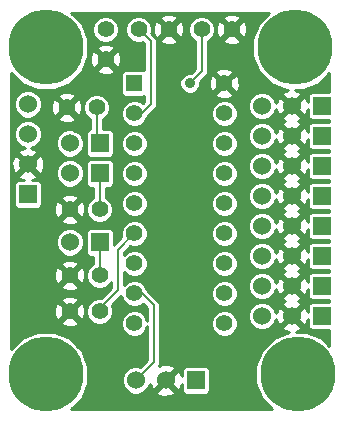
<source format=gtl>
G04 (created by PCBNEW-RS274X (2011-05-25)-stable) date Thu 05 Jul 2012 10:45:02 PM EDT*
G01*
G70*
G90*
%MOIN*%
G04 Gerber Fmt 3.4, Leading zero omitted, Abs format*
%FSLAX34Y34*%
G04 APERTURE LIST*
%ADD10C,0.006000*%
%ADD11C,0.055000*%
%ADD12R,0.055000X0.055000*%
%ADD13C,0.250000*%
%ADD14R,0.060000X0.060000*%
%ADD15C,0.060000*%
%ADD16C,0.035000*%
%ADD17C,0.008000*%
%ADD18C,0.010000*%
G04 APERTURE END LIST*
G54D10*
G54D11*
X52600Y-32900D03*
X53600Y-32900D03*
X52600Y-30700D03*
X53600Y-30700D03*
X52500Y-27300D03*
X53500Y-27300D03*
X52600Y-34100D03*
X53600Y-34100D03*
X58000Y-24700D03*
X57000Y-24700D03*
X55900Y-24700D03*
X54900Y-24700D03*
G54D12*
X54750Y-26500D03*
G54D11*
X54750Y-27500D03*
X54750Y-28500D03*
X54750Y-29500D03*
X54750Y-30500D03*
X54750Y-31500D03*
X54750Y-32500D03*
X54750Y-33500D03*
X54750Y-34500D03*
X57750Y-34500D03*
X57750Y-33500D03*
X57750Y-32500D03*
X57750Y-31500D03*
X57750Y-30500D03*
X57750Y-29500D03*
X57750Y-28500D03*
X57750Y-27500D03*
X57750Y-26500D03*
G54D13*
X51800Y-25300D03*
X60100Y-25300D03*
X60200Y-36200D03*
X51800Y-36200D03*
G54D11*
X53800Y-25700D03*
X53800Y-24700D03*
G54D14*
X53600Y-31800D03*
G54D15*
X52600Y-31800D03*
G54D14*
X53600Y-29500D03*
G54D15*
X52600Y-29500D03*
G54D14*
X53600Y-28500D03*
G54D15*
X52600Y-28500D03*
G54D14*
X51200Y-30200D03*
G54D15*
X51200Y-29200D03*
X51200Y-28200D03*
X51200Y-27200D03*
G54D14*
X61000Y-27250D03*
G54D15*
X60000Y-27250D03*
X59000Y-27250D03*
G54D14*
X61000Y-28250D03*
G54D15*
X60000Y-28250D03*
X59000Y-28250D03*
G54D14*
X61000Y-29250D03*
G54D15*
X60000Y-29250D03*
X59000Y-29250D03*
G54D14*
X61000Y-30250D03*
G54D15*
X60000Y-30250D03*
X59000Y-30250D03*
G54D14*
X61000Y-31250D03*
G54D15*
X60000Y-31250D03*
X59000Y-31250D03*
G54D14*
X61000Y-32250D03*
G54D15*
X60000Y-32250D03*
X59000Y-32250D03*
G54D14*
X61000Y-33250D03*
G54D15*
X60000Y-33250D03*
X59000Y-33250D03*
G54D14*
X61000Y-34250D03*
G54D15*
X60000Y-34250D03*
X59000Y-34250D03*
G54D14*
X56800Y-36400D03*
G54D15*
X55800Y-36400D03*
X54800Y-36400D03*
G54D16*
X56600Y-26500D03*
G54D17*
X53600Y-32900D02*
X53600Y-31800D01*
X53600Y-29500D02*
X53600Y-30700D01*
X53500Y-27300D02*
X53500Y-28400D01*
X53500Y-28400D02*
X53600Y-28500D01*
X54750Y-33500D02*
X55000Y-33500D01*
X55400Y-35800D02*
X54800Y-36400D01*
X55400Y-33900D02*
X55400Y-35800D01*
X55000Y-33500D02*
X55400Y-33900D01*
X53600Y-34100D02*
X53600Y-34000D01*
X54200Y-32050D02*
X54750Y-31500D01*
X54200Y-33400D02*
X54200Y-32050D01*
X53600Y-34000D02*
X54200Y-33400D01*
X57000Y-26100D02*
X57000Y-24700D01*
X56600Y-26500D02*
X57000Y-26100D01*
X54750Y-27500D02*
X55000Y-27500D01*
X55300Y-25100D02*
X54900Y-24700D01*
X55300Y-27200D02*
X55300Y-25100D01*
X55000Y-27500D02*
X55300Y-27200D01*
G54D10*
G36*
X61255Y-35248D02*
X61005Y-34998D01*
X60483Y-34781D01*
X60136Y-34781D01*
X60281Y-34722D01*
X60308Y-34628D01*
X60000Y-34321D01*
X59929Y-34391D01*
X59929Y-34250D01*
X59622Y-33942D01*
X59528Y-33969D01*
X59465Y-34146D01*
X59399Y-33984D01*
X59267Y-33852D01*
X59094Y-33780D01*
X58907Y-33780D01*
X58734Y-33851D01*
X58602Y-33983D01*
X58530Y-34156D01*
X58530Y-34343D01*
X58601Y-34516D01*
X58733Y-34648D01*
X58906Y-34720D01*
X59093Y-34720D01*
X59266Y-34649D01*
X59398Y-34517D01*
X59466Y-34352D01*
X59468Y-34384D01*
X59528Y-34531D01*
X59622Y-34558D01*
X59929Y-34250D01*
X59929Y-34391D01*
X59692Y-34628D01*
X59719Y-34722D01*
X59904Y-34787D01*
X59397Y-34997D01*
X58998Y-35395D01*
X58781Y-35917D01*
X58781Y-36481D01*
X58997Y-37003D01*
X59348Y-37355D01*
X58519Y-37355D01*
X58519Y-24774D01*
X58508Y-24570D01*
X58452Y-24433D01*
X58361Y-24410D01*
X58290Y-24481D01*
X58290Y-24339D01*
X58267Y-24248D01*
X58074Y-24181D01*
X57870Y-24192D01*
X57733Y-24248D01*
X57710Y-24339D01*
X58000Y-24629D01*
X58290Y-24339D01*
X58290Y-24481D01*
X58071Y-24700D01*
X58361Y-24990D01*
X58452Y-24967D01*
X58519Y-24774D01*
X58519Y-37355D01*
X58290Y-37355D01*
X58290Y-25061D01*
X58000Y-24771D01*
X57929Y-24842D01*
X57929Y-24700D01*
X57639Y-24410D01*
X57548Y-24433D01*
X57481Y-24626D01*
X57492Y-24830D01*
X57548Y-24967D01*
X57639Y-24990D01*
X57929Y-24700D01*
X57929Y-24842D01*
X57710Y-25061D01*
X57733Y-25152D01*
X57926Y-25219D01*
X58130Y-25208D01*
X58267Y-25152D01*
X58290Y-25061D01*
X58290Y-37355D01*
X58269Y-37355D01*
X58269Y-26574D01*
X58258Y-26370D01*
X58202Y-26233D01*
X58111Y-26210D01*
X58040Y-26281D01*
X58040Y-26139D01*
X58017Y-26048D01*
X57824Y-25981D01*
X57620Y-25992D01*
X57483Y-26048D01*
X57460Y-26139D01*
X57750Y-26429D01*
X58040Y-26139D01*
X58040Y-26281D01*
X57821Y-26500D01*
X58111Y-26790D01*
X58202Y-26767D01*
X58269Y-26574D01*
X58269Y-37355D01*
X58194Y-37355D01*
X58194Y-34589D01*
X58194Y-34412D01*
X58194Y-33589D01*
X58194Y-33412D01*
X58194Y-32589D01*
X58194Y-32412D01*
X58194Y-31589D01*
X58194Y-31412D01*
X58194Y-30589D01*
X58194Y-30412D01*
X58194Y-29589D01*
X58194Y-29412D01*
X58194Y-28589D01*
X58194Y-28412D01*
X58194Y-27589D01*
X58194Y-27412D01*
X58127Y-27249D01*
X58040Y-27162D01*
X58040Y-26861D01*
X57750Y-26571D01*
X57679Y-26642D01*
X57679Y-26500D01*
X57444Y-26265D01*
X57444Y-24789D01*
X57444Y-24612D01*
X57377Y-24449D01*
X57252Y-24324D01*
X57089Y-24256D01*
X56912Y-24256D01*
X56749Y-24323D01*
X56624Y-24448D01*
X56556Y-24611D01*
X56556Y-24788D01*
X56623Y-24951D01*
X56748Y-25076D01*
X56790Y-25093D01*
X56790Y-26013D01*
X56647Y-26156D01*
X56532Y-26156D01*
X56419Y-26202D01*
X56419Y-24774D01*
X56408Y-24570D01*
X56352Y-24433D01*
X56261Y-24410D01*
X56190Y-24481D01*
X56190Y-24339D01*
X56167Y-24248D01*
X55974Y-24181D01*
X55770Y-24192D01*
X55633Y-24248D01*
X55610Y-24339D01*
X55900Y-24629D01*
X56190Y-24339D01*
X56190Y-24481D01*
X55971Y-24700D01*
X56261Y-24990D01*
X56352Y-24967D01*
X56419Y-24774D01*
X56419Y-26202D01*
X56406Y-26208D01*
X56309Y-26305D01*
X56256Y-26431D01*
X56256Y-26568D01*
X56308Y-26694D01*
X56405Y-26791D01*
X56531Y-26844D01*
X56668Y-26844D01*
X56794Y-26792D01*
X56891Y-26695D01*
X56944Y-26569D01*
X56944Y-26452D01*
X57148Y-26249D01*
X57148Y-26248D01*
X57178Y-26203D01*
X57193Y-26181D01*
X57194Y-26180D01*
X57209Y-26100D01*
X57210Y-26100D01*
X57210Y-25093D01*
X57251Y-25077D01*
X57376Y-24952D01*
X57444Y-24789D01*
X57444Y-26265D01*
X57389Y-26210D01*
X57298Y-26233D01*
X57231Y-26426D01*
X57242Y-26630D01*
X57298Y-26767D01*
X57389Y-26790D01*
X57679Y-26500D01*
X57679Y-26642D01*
X57460Y-26861D01*
X57483Y-26952D01*
X57676Y-27019D01*
X57880Y-27008D01*
X58017Y-26952D01*
X58040Y-26861D01*
X58040Y-27162D01*
X58002Y-27124D01*
X57839Y-27056D01*
X57662Y-27056D01*
X57499Y-27123D01*
X57374Y-27248D01*
X57306Y-27411D01*
X57306Y-27588D01*
X57373Y-27751D01*
X57498Y-27876D01*
X57661Y-27944D01*
X57838Y-27944D01*
X58001Y-27877D01*
X58126Y-27752D01*
X58194Y-27589D01*
X58194Y-28412D01*
X58127Y-28249D01*
X58002Y-28124D01*
X57839Y-28056D01*
X57662Y-28056D01*
X57499Y-28123D01*
X57374Y-28248D01*
X57306Y-28411D01*
X57306Y-28588D01*
X57373Y-28751D01*
X57498Y-28876D01*
X57661Y-28944D01*
X57838Y-28944D01*
X58001Y-28877D01*
X58126Y-28752D01*
X58194Y-28589D01*
X58194Y-29412D01*
X58127Y-29249D01*
X58002Y-29124D01*
X57839Y-29056D01*
X57662Y-29056D01*
X57499Y-29123D01*
X57374Y-29248D01*
X57306Y-29411D01*
X57306Y-29588D01*
X57373Y-29751D01*
X57498Y-29876D01*
X57661Y-29944D01*
X57838Y-29944D01*
X58001Y-29877D01*
X58126Y-29752D01*
X58194Y-29589D01*
X58194Y-30412D01*
X58127Y-30249D01*
X58002Y-30124D01*
X57839Y-30056D01*
X57662Y-30056D01*
X57499Y-30123D01*
X57374Y-30248D01*
X57306Y-30411D01*
X57306Y-30588D01*
X57373Y-30751D01*
X57498Y-30876D01*
X57661Y-30944D01*
X57838Y-30944D01*
X58001Y-30877D01*
X58126Y-30752D01*
X58194Y-30589D01*
X58194Y-31412D01*
X58127Y-31249D01*
X58002Y-31124D01*
X57839Y-31056D01*
X57662Y-31056D01*
X57499Y-31123D01*
X57374Y-31248D01*
X57306Y-31411D01*
X57306Y-31588D01*
X57373Y-31751D01*
X57498Y-31876D01*
X57661Y-31944D01*
X57838Y-31944D01*
X58001Y-31877D01*
X58126Y-31752D01*
X58194Y-31589D01*
X58194Y-32412D01*
X58127Y-32249D01*
X58002Y-32124D01*
X57839Y-32056D01*
X57662Y-32056D01*
X57499Y-32123D01*
X57374Y-32248D01*
X57306Y-32411D01*
X57306Y-32588D01*
X57373Y-32751D01*
X57498Y-32876D01*
X57661Y-32944D01*
X57838Y-32944D01*
X58001Y-32877D01*
X58126Y-32752D01*
X58194Y-32589D01*
X58194Y-33412D01*
X58127Y-33249D01*
X58002Y-33124D01*
X57839Y-33056D01*
X57662Y-33056D01*
X57499Y-33123D01*
X57374Y-33248D01*
X57306Y-33411D01*
X57306Y-33588D01*
X57373Y-33751D01*
X57498Y-33876D01*
X57661Y-33944D01*
X57838Y-33944D01*
X58001Y-33877D01*
X58126Y-33752D01*
X58194Y-33589D01*
X58194Y-34412D01*
X58127Y-34249D01*
X58002Y-34124D01*
X57839Y-34056D01*
X57662Y-34056D01*
X57499Y-34123D01*
X57374Y-34248D01*
X57306Y-34411D01*
X57306Y-34588D01*
X57373Y-34751D01*
X57498Y-34876D01*
X57661Y-34944D01*
X57838Y-34944D01*
X58001Y-34877D01*
X58126Y-34752D01*
X58194Y-34589D01*
X58194Y-37355D01*
X57270Y-37355D01*
X57270Y-36734D01*
X57270Y-36666D01*
X57270Y-36066D01*
X57244Y-36004D01*
X57196Y-35956D01*
X57134Y-35930D01*
X57066Y-35930D01*
X56466Y-35930D01*
X56404Y-35956D01*
X56356Y-36004D01*
X56330Y-36066D01*
X56330Y-36134D01*
X56330Y-36261D01*
X56272Y-36119D01*
X56190Y-36095D01*
X56190Y-25061D01*
X55900Y-24771D01*
X55829Y-24842D01*
X55829Y-24700D01*
X55539Y-24410D01*
X55448Y-24433D01*
X55381Y-24626D01*
X55392Y-24830D01*
X55436Y-24939D01*
X55326Y-24830D01*
X55344Y-24789D01*
X55344Y-24612D01*
X55277Y-24449D01*
X55152Y-24324D01*
X54989Y-24256D01*
X54812Y-24256D01*
X54649Y-24323D01*
X54524Y-24448D01*
X54456Y-24611D01*
X54456Y-24788D01*
X54523Y-24951D01*
X54648Y-25076D01*
X54811Y-25144D01*
X54988Y-25144D01*
X55030Y-25126D01*
X55090Y-25186D01*
X55090Y-26068D01*
X55059Y-26055D01*
X54991Y-26055D01*
X54441Y-26055D01*
X54379Y-26081D01*
X54331Y-26129D01*
X54319Y-26157D01*
X54319Y-25774D01*
X54308Y-25570D01*
X54252Y-25433D01*
X54244Y-25430D01*
X54244Y-24789D01*
X54244Y-24612D01*
X54177Y-24449D01*
X54052Y-24324D01*
X53889Y-24256D01*
X53712Y-24256D01*
X53549Y-24323D01*
X53424Y-24448D01*
X53356Y-24611D01*
X53356Y-24788D01*
X53423Y-24951D01*
X53548Y-25076D01*
X53711Y-25144D01*
X53888Y-25144D01*
X54051Y-25077D01*
X54176Y-24952D01*
X54244Y-24789D01*
X54244Y-25430D01*
X54161Y-25410D01*
X54090Y-25481D01*
X54090Y-25339D01*
X54067Y-25248D01*
X53874Y-25181D01*
X53670Y-25192D01*
X53533Y-25248D01*
X53510Y-25339D01*
X53800Y-25629D01*
X54090Y-25339D01*
X54090Y-25481D01*
X53871Y-25700D01*
X54161Y-25990D01*
X54252Y-25967D01*
X54319Y-25774D01*
X54319Y-26157D01*
X54305Y-26191D01*
X54305Y-26259D01*
X54305Y-26809D01*
X54331Y-26871D01*
X54379Y-26919D01*
X54441Y-26945D01*
X54509Y-26945D01*
X55059Y-26945D01*
X55090Y-26932D01*
X55090Y-27113D01*
X55040Y-27162D01*
X55002Y-27124D01*
X54839Y-27056D01*
X54662Y-27056D01*
X54499Y-27123D01*
X54374Y-27248D01*
X54306Y-27411D01*
X54306Y-27588D01*
X54373Y-27751D01*
X54498Y-27876D01*
X54661Y-27944D01*
X54838Y-27944D01*
X55001Y-27877D01*
X55126Y-27752D01*
X55184Y-27611D01*
X55448Y-27349D01*
X55448Y-27348D01*
X55494Y-27281D01*
X55494Y-27280D01*
X55496Y-27267D01*
X55509Y-27200D01*
X55510Y-27200D01*
X55510Y-25100D01*
X55494Y-25020D01*
X55493Y-25019D01*
X55478Y-24997D01*
X55460Y-24970D01*
X55539Y-24990D01*
X55829Y-24700D01*
X55829Y-24842D01*
X55610Y-25061D01*
X55633Y-25152D01*
X55826Y-25219D01*
X56030Y-25208D01*
X56167Y-25152D01*
X56190Y-25061D01*
X56190Y-36095D01*
X56178Y-36092D01*
X56108Y-36162D01*
X56108Y-36022D01*
X56081Y-35928D01*
X55879Y-35857D01*
X55666Y-35868D01*
X55578Y-35903D01*
X55593Y-35881D01*
X55594Y-35880D01*
X55609Y-35800D01*
X55610Y-35800D01*
X55610Y-33900D01*
X55594Y-33820D01*
X55593Y-33819D01*
X55578Y-33797D01*
X55548Y-33752D01*
X55548Y-33751D01*
X55184Y-33388D01*
X55127Y-33249D01*
X55002Y-33124D01*
X54839Y-33056D01*
X54662Y-33056D01*
X54499Y-33123D01*
X54410Y-33212D01*
X54410Y-32788D01*
X54498Y-32876D01*
X54661Y-32944D01*
X54838Y-32944D01*
X55001Y-32877D01*
X55126Y-32752D01*
X55194Y-32589D01*
X55194Y-32412D01*
X55127Y-32249D01*
X55002Y-32124D01*
X54839Y-32056D01*
X54662Y-32056D01*
X54499Y-32123D01*
X54410Y-32212D01*
X54410Y-32136D01*
X54619Y-31926D01*
X54661Y-31944D01*
X54838Y-31944D01*
X55001Y-31877D01*
X55126Y-31752D01*
X55194Y-31589D01*
X55194Y-31412D01*
X55194Y-30589D01*
X55194Y-30412D01*
X55194Y-29589D01*
X55194Y-29412D01*
X55194Y-28589D01*
X55194Y-28412D01*
X55127Y-28249D01*
X55002Y-28124D01*
X54839Y-28056D01*
X54662Y-28056D01*
X54499Y-28123D01*
X54374Y-28248D01*
X54306Y-28411D01*
X54306Y-28588D01*
X54373Y-28751D01*
X54498Y-28876D01*
X54661Y-28944D01*
X54838Y-28944D01*
X55001Y-28877D01*
X55126Y-28752D01*
X55194Y-28589D01*
X55194Y-29412D01*
X55127Y-29249D01*
X55002Y-29124D01*
X54839Y-29056D01*
X54662Y-29056D01*
X54499Y-29123D01*
X54374Y-29248D01*
X54306Y-29411D01*
X54306Y-29588D01*
X54373Y-29751D01*
X54498Y-29876D01*
X54661Y-29944D01*
X54838Y-29944D01*
X55001Y-29877D01*
X55126Y-29752D01*
X55194Y-29589D01*
X55194Y-30412D01*
X55127Y-30249D01*
X55002Y-30124D01*
X54839Y-30056D01*
X54662Y-30056D01*
X54499Y-30123D01*
X54374Y-30248D01*
X54306Y-30411D01*
X54306Y-30588D01*
X54373Y-30751D01*
X54498Y-30876D01*
X54661Y-30944D01*
X54838Y-30944D01*
X55001Y-30877D01*
X55126Y-30752D01*
X55194Y-30589D01*
X55194Y-31412D01*
X55127Y-31249D01*
X55002Y-31124D01*
X54839Y-31056D01*
X54662Y-31056D01*
X54499Y-31123D01*
X54374Y-31248D01*
X54306Y-31411D01*
X54306Y-31588D01*
X54323Y-31630D01*
X54090Y-31863D01*
X54090Y-26061D01*
X53800Y-25771D01*
X53729Y-25842D01*
X53729Y-25700D01*
X53439Y-25410D01*
X53348Y-25433D01*
X53281Y-25626D01*
X53292Y-25830D01*
X53348Y-25967D01*
X53439Y-25990D01*
X53729Y-25700D01*
X53729Y-25842D01*
X53510Y-26061D01*
X53533Y-26152D01*
X53726Y-26219D01*
X53930Y-26208D01*
X54067Y-26152D01*
X54090Y-26061D01*
X54090Y-31863D01*
X54070Y-31883D01*
X54070Y-31466D01*
X54070Y-29834D01*
X54070Y-29766D01*
X54070Y-29166D01*
X54070Y-28834D01*
X54070Y-28766D01*
X54070Y-28166D01*
X54044Y-28104D01*
X53996Y-28056D01*
X53934Y-28030D01*
X53866Y-28030D01*
X53710Y-28030D01*
X53710Y-27693D01*
X53751Y-27677D01*
X53876Y-27552D01*
X53944Y-27389D01*
X53944Y-27212D01*
X53877Y-27049D01*
X53752Y-26924D01*
X53589Y-26856D01*
X53412Y-26856D01*
X53249Y-26923D01*
X53124Y-27048D01*
X53056Y-27211D01*
X53056Y-27388D01*
X53123Y-27551D01*
X53248Y-27676D01*
X53290Y-27693D01*
X53290Y-28030D01*
X53266Y-28030D01*
X53204Y-28056D01*
X53156Y-28104D01*
X53130Y-28166D01*
X53130Y-28234D01*
X53130Y-28834D01*
X53156Y-28896D01*
X53204Y-28944D01*
X53266Y-28970D01*
X53334Y-28970D01*
X53934Y-28970D01*
X53996Y-28944D01*
X54044Y-28896D01*
X54070Y-28834D01*
X54070Y-29166D01*
X54044Y-29104D01*
X53996Y-29056D01*
X53934Y-29030D01*
X53866Y-29030D01*
X53266Y-29030D01*
X53204Y-29056D01*
X53156Y-29104D01*
X53130Y-29166D01*
X53130Y-29234D01*
X53130Y-29834D01*
X53156Y-29896D01*
X53204Y-29944D01*
X53266Y-29970D01*
X53334Y-29970D01*
X53390Y-29970D01*
X53390Y-30306D01*
X53349Y-30323D01*
X53224Y-30448D01*
X53156Y-30611D01*
X53156Y-30788D01*
X53223Y-30951D01*
X53348Y-31076D01*
X53511Y-31144D01*
X53688Y-31144D01*
X53851Y-31077D01*
X53976Y-30952D01*
X54044Y-30789D01*
X54044Y-30612D01*
X53977Y-30449D01*
X53852Y-30324D01*
X53810Y-30306D01*
X53810Y-29970D01*
X53934Y-29970D01*
X53996Y-29944D01*
X54044Y-29896D01*
X54070Y-29834D01*
X54070Y-31466D01*
X54044Y-31404D01*
X53996Y-31356D01*
X53934Y-31330D01*
X53866Y-31330D01*
X53266Y-31330D01*
X53204Y-31356D01*
X53156Y-31404D01*
X53130Y-31466D01*
X53130Y-31534D01*
X53130Y-32134D01*
X53156Y-32196D01*
X53204Y-32244D01*
X53266Y-32270D01*
X53334Y-32270D01*
X53390Y-32270D01*
X53390Y-32506D01*
X53349Y-32523D01*
X53224Y-32648D01*
X53156Y-32811D01*
X53156Y-32988D01*
X53223Y-33151D01*
X53348Y-33276D01*
X53511Y-33344D01*
X53688Y-33344D01*
X53851Y-33277D01*
X53976Y-33152D01*
X53990Y-33118D01*
X53990Y-33313D01*
X53647Y-33656D01*
X53512Y-33656D01*
X53349Y-33723D01*
X53224Y-33848D01*
X53156Y-34011D01*
X53156Y-34188D01*
X53223Y-34351D01*
X53348Y-34476D01*
X53511Y-34544D01*
X53688Y-34544D01*
X53851Y-34477D01*
X53976Y-34352D01*
X54044Y-34189D01*
X54044Y-34012D01*
X53997Y-33898D01*
X54306Y-33590D01*
X54373Y-33751D01*
X54498Y-33876D01*
X54661Y-33944D01*
X54838Y-33944D01*
X55001Y-33877D01*
X55040Y-33837D01*
X55190Y-33986D01*
X55190Y-34402D01*
X55127Y-34249D01*
X55002Y-34124D01*
X54839Y-34056D01*
X54662Y-34056D01*
X54499Y-34123D01*
X54374Y-34248D01*
X54306Y-34411D01*
X54306Y-34588D01*
X54373Y-34751D01*
X54498Y-34876D01*
X54661Y-34944D01*
X54838Y-34944D01*
X55001Y-34877D01*
X55126Y-34752D01*
X55190Y-34598D01*
X55190Y-35713D01*
X54950Y-35953D01*
X54894Y-35930D01*
X54707Y-35930D01*
X54534Y-36001D01*
X54402Y-36133D01*
X54330Y-36306D01*
X54330Y-36493D01*
X54401Y-36666D01*
X54533Y-36798D01*
X54706Y-36870D01*
X54893Y-36870D01*
X55066Y-36799D01*
X55198Y-36667D01*
X55266Y-36502D01*
X55268Y-36534D01*
X55328Y-36681D01*
X55422Y-36708D01*
X55694Y-36435D01*
X55729Y-36400D01*
X55800Y-36329D01*
X55835Y-36294D01*
X56108Y-36022D01*
X56108Y-36162D01*
X55871Y-36400D01*
X56178Y-36708D01*
X56272Y-36681D01*
X56330Y-36515D01*
X56330Y-36734D01*
X56356Y-36796D01*
X56404Y-36844D01*
X56466Y-36870D01*
X56534Y-36870D01*
X57134Y-36870D01*
X57196Y-36844D01*
X57244Y-36796D01*
X57270Y-36734D01*
X57270Y-37355D01*
X56108Y-37355D01*
X56108Y-36778D01*
X55800Y-36471D01*
X55492Y-36778D01*
X55519Y-36872D01*
X55721Y-36943D01*
X55934Y-36932D01*
X56081Y-36872D01*
X56108Y-36778D01*
X56108Y-37355D01*
X52651Y-37355D01*
X53002Y-37005D01*
X53219Y-36483D01*
X53219Y-35919D01*
X53119Y-35677D01*
X53119Y-34174D01*
X53119Y-32974D01*
X53119Y-30774D01*
X53108Y-30570D01*
X53070Y-30477D01*
X53070Y-29594D01*
X53070Y-29407D01*
X53070Y-28594D01*
X53070Y-28407D01*
X53019Y-28282D01*
X53019Y-27374D01*
X53008Y-27170D01*
X52952Y-27033D01*
X52861Y-27010D01*
X52790Y-27081D01*
X52790Y-26939D01*
X52767Y-26848D01*
X52574Y-26781D01*
X52370Y-26792D01*
X52233Y-26848D01*
X52210Y-26939D01*
X52500Y-27229D01*
X52790Y-26939D01*
X52790Y-27081D01*
X52571Y-27300D01*
X52861Y-27590D01*
X52952Y-27567D01*
X53019Y-27374D01*
X53019Y-28282D01*
X52999Y-28234D01*
X52867Y-28102D01*
X52790Y-28069D01*
X52790Y-27661D01*
X52500Y-27371D01*
X52429Y-27442D01*
X52429Y-27300D01*
X52139Y-27010D01*
X52048Y-27033D01*
X51981Y-27226D01*
X51992Y-27430D01*
X52048Y-27567D01*
X52139Y-27590D01*
X52429Y-27300D01*
X52429Y-27442D01*
X52210Y-27661D01*
X52233Y-27752D01*
X52426Y-27819D01*
X52630Y-27808D01*
X52767Y-27752D01*
X52790Y-27661D01*
X52790Y-28069D01*
X52694Y-28030D01*
X52507Y-28030D01*
X52334Y-28101D01*
X52202Y-28233D01*
X52130Y-28406D01*
X52130Y-28593D01*
X52201Y-28766D01*
X52333Y-28898D01*
X52506Y-28970D01*
X52693Y-28970D01*
X52866Y-28899D01*
X52998Y-28767D01*
X53070Y-28594D01*
X53070Y-29407D01*
X52999Y-29234D01*
X52867Y-29102D01*
X52694Y-29030D01*
X52507Y-29030D01*
X52334Y-29101D01*
X52202Y-29233D01*
X52130Y-29406D01*
X52130Y-29593D01*
X52201Y-29766D01*
X52333Y-29898D01*
X52506Y-29970D01*
X52693Y-29970D01*
X52866Y-29899D01*
X52998Y-29767D01*
X53070Y-29594D01*
X53070Y-30477D01*
X53052Y-30433D01*
X52961Y-30410D01*
X52890Y-30481D01*
X52890Y-30339D01*
X52867Y-30248D01*
X52674Y-30181D01*
X52470Y-30192D01*
X52333Y-30248D01*
X52310Y-30339D01*
X52600Y-30629D01*
X52890Y-30339D01*
X52890Y-30481D01*
X52671Y-30700D01*
X52961Y-30990D01*
X53052Y-30967D01*
X53119Y-30774D01*
X53119Y-32974D01*
X53108Y-32770D01*
X53070Y-32677D01*
X53070Y-31894D01*
X53070Y-31707D01*
X52999Y-31534D01*
X52890Y-31425D01*
X52890Y-31061D01*
X52600Y-30771D01*
X52529Y-30842D01*
X52529Y-30700D01*
X52239Y-30410D01*
X52148Y-30433D01*
X52081Y-30626D01*
X52092Y-30830D01*
X52148Y-30967D01*
X52239Y-30990D01*
X52529Y-30700D01*
X52529Y-30842D01*
X52310Y-31061D01*
X52333Y-31152D01*
X52526Y-31219D01*
X52730Y-31208D01*
X52867Y-31152D01*
X52890Y-31061D01*
X52890Y-31425D01*
X52867Y-31402D01*
X52694Y-31330D01*
X52507Y-31330D01*
X52334Y-31401D01*
X52202Y-31533D01*
X52130Y-31706D01*
X52130Y-31893D01*
X52201Y-32066D01*
X52333Y-32198D01*
X52506Y-32270D01*
X52693Y-32270D01*
X52866Y-32199D01*
X52998Y-32067D01*
X53070Y-31894D01*
X53070Y-32677D01*
X53052Y-32633D01*
X52961Y-32610D01*
X52890Y-32681D01*
X52890Y-32539D01*
X52867Y-32448D01*
X52674Y-32381D01*
X52470Y-32392D01*
X52333Y-32448D01*
X52310Y-32539D01*
X52600Y-32829D01*
X52890Y-32539D01*
X52890Y-32681D01*
X52671Y-32900D01*
X52961Y-33190D01*
X53052Y-33167D01*
X53119Y-32974D01*
X53119Y-34174D01*
X53108Y-33970D01*
X53052Y-33833D01*
X52961Y-33810D01*
X52890Y-33881D01*
X52890Y-33739D01*
X52890Y-33261D01*
X52600Y-32971D01*
X52529Y-33042D01*
X52529Y-32900D01*
X52239Y-32610D01*
X52148Y-32633D01*
X52081Y-32826D01*
X52092Y-33030D01*
X52148Y-33167D01*
X52239Y-33190D01*
X52529Y-32900D01*
X52529Y-33042D01*
X52310Y-33261D01*
X52333Y-33352D01*
X52526Y-33419D01*
X52730Y-33408D01*
X52867Y-33352D01*
X52890Y-33261D01*
X52890Y-33739D01*
X52867Y-33648D01*
X52674Y-33581D01*
X52470Y-33592D01*
X52333Y-33648D01*
X52310Y-33739D01*
X52600Y-34029D01*
X52890Y-33739D01*
X52890Y-33881D01*
X52671Y-34100D01*
X52961Y-34390D01*
X53052Y-34367D01*
X53119Y-34174D01*
X53119Y-35677D01*
X53003Y-35397D01*
X52890Y-35283D01*
X52890Y-34461D01*
X52600Y-34171D01*
X52529Y-34242D01*
X52529Y-34100D01*
X52239Y-33810D01*
X52148Y-33833D01*
X52081Y-34026D01*
X52092Y-34230D01*
X52148Y-34367D01*
X52239Y-34390D01*
X52529Y-34100D01*
X52529Y-34242D01*
X52310Y-34461D01*
X52333Y-34552D01*
X52526Y-34619D01*
X52730Y-34608D01*
X52867Y-34552D01*
X52890Y-34461D01*
X52890Y-35283D01*
X52605Y-34998D01*
X52083Y-34781D01*
X51743Y-34781D01*
X51743Y-29279D01*
X51732Y-29066D01*
X51672Y-28919D01*
X51670Y-28918D01*
X51670Y-28294D01*
X51670Y-28107D01*
X51670Y-27294D01*
X51670Y-27107D01*
X51599Y-26934D01*
X51467Y-26802D01*
X51294Y-26730D01*
X51107Y-26730D01*
X50934Y-26801D01*
X50802Y-26933D01*
X50730Y-27106D01*
X50730Y-27293D01*
X50801Y-27466D01*
X50933Y-27598D01*
X51106Y-27670D01*
X51293Y-27670D01*
X51466Y-27599D01*
X51598Y-27467D01*
X51670Y-27294D01*
X51670Y-28107D01*
X51599Y-27934D01*
X51467Y-27802D01*
X51294Y-27730D01*
X51107Y-27730D01*
X50934Y-27801D01*
X50802Y-27933D01*
X50730Y-28106D01*
X50730Y-28293D01*
X50801Y-28466D01*
X50933Y-28598D01*
X51097Y-28666D01*
X51066Y-28668D01*
X50919Y-28728D01*
X50892Y-28822D01*
X51200Y-29129D01*
X51508Y-28822D01*
X51481Y-28728D01*
X51303Y-28665D01*
X51466Y-28599D01*
X51598Y-28467D01*
X51670Y-28294D01*
X51670Y-28918D01*
X51578Y-28892D01*
X51271Y-29200D01*
X51578Y-29508D01*
X51672Y-29481D01*
X51743Y-29279D01*
X51743Y-34781D01*
X51670Y-34781D01*
X51670Y-30534D01*
X51670Y-30466D01*
X51670Y-29866D01*
X51644Y-29804D01*
X51596Y-29756D01*
X51534Y-29730D01*
X51466Y-29730D01*
X51338Y-29730D01*
X51481Y-29672D01*
X51508Y-29578D01*
X51200Y-29271D01*
X51129Y-29341D01*
X51129Y-29200D01*
X50822Y-28892D01*
X50728Y-28919D01*
X50657Y-29121D01*
X50668Y-29334D01*
X50728Y-29481D01*
X50822Y-29508D01*
X51129Y-29200D01*
X51129Y-29341D01*
X50892Y-29578D01*
X50919Y-29672D01*
X51084Y-29730D01*
X50866Y-29730D01*
X50804Y-29756D01*
X50756Y-29804D01*
X50730Y-29866D01*
X50730Y-29934D01*
X50730Y-30534D01*
X50756Y-30596D01*
X50804Y-30644D01*
X50866Y-30670D01*
X50934Y-30670D01*
X51534Y-30670D01*
X51596Y-30644D01*
X51644Y-30596D01*
X51670Y-30534D01*
X51670Y-34781D01*
X51519Y-34781D01*
X50997Y-34997D01*
X50645Y-35348D01*
X50645Y-26151D01*
X50995Y-26502D01*
X51517Y-26719D01*
X52081Y-26719D01*
X52603Y-26503D01*
X53002Y-26105D01*
X53219Y-25583D01*
X53219Y-25019D01*
X53003Y-24497D01*
X52651Y-24145D01*
X59248Y-24145D01*
X58898Y-24495D01*
X58681Y-25017D01*
X58681Y-25581D01*
X58897Y-26103D01*
X59295Y-26502D01*
X59817Y-26719D01*
X59863Y-26719D01*
X59719Y-26778D01*
X59692Y-26872D01*
X60000Y-27179D01*
X60308Y-26872D01*
X60281Y-26778D01*
X60113Y-26719D01*
X60381Y-26719D01*
X60903Y-26503D01*
X61255Y-26151D01*
X61255Y-26780D01*
X60666Y-26780D01*
X60604Y-26806D01*
X60556Y-26854D01*
X60530Y-26916D01*
X60530Y-26984D01*
X60530Y-27111D01*
X60472Y-26969D01*
X60378Y-26942D01*
X60071Y-27250D01*
X60378Y-27558D01*
X60472Y-27531D01*
X60530Y-27365D01*
X60530Y-27584D01*
X60556Y-27646D01*
X60604Y-27694D01*
X60666Y-27720D01*
X60734Y-27720D01*
X61255Y-27720D01*
X61255Y-27780D01*
X60666Y-27780D01*
X60604Y-27806D01*
X60556Y-27854D01*
X60530Y-27916D01*
X60530Y-27984D01*
X60530Y-28111D01*
X60472Y-27969D01*
X60378Y-27942D01*
X60308Y-28012D01*
X60308Y-27872D01*
X60281Y-27778D01*
X60207Y-27752D01*
X60281Y-27722D01*
X60308Y-27628D01*
X60000Y-27321D01*
X59929Y-27391D01*
X59929Y-27250D01*
X59622Y-26942D01*
X59528Y-26969D01*
X59465Y-27146D01*
X59399Y-26984D01*
X59267Y-26852D01*
X59094Y-26780D01*
X58907Y-26780D01*
X58734Y-26851D01*
X58602Y-26983D01*
X58530Y-27156D01*
X58530Y-27343D01*
X58601Y-27516D01*
X58733Y-27648D01*
X58906Y-27720D01*
X59093Y-27720D01*
X59266Y-27649D01*
X59398Y-27517D01*
X59466Y-27352D01*
X59468Y-27384D01*
X59528Y-27531D01*
X59622Y-27558D01*
X59929Y-27250D01*
X59929Y-27391D01*
X59692Y-27628D01*
X59719Y-27722D01*
X59792Y-27747D01*
X59719Y-27778D01*
X59692Y-27872D01*
X60000Y-28179D01*
X60308Y-27872D01*
X60308Y-28012D01*
X60071Y-28250D01*
X60378Y-28558D01*
X60472Y-28531D01*
X60530Y-28365D01*
X60530Y-28584D01*
X60556Y-28646D01*
X60604Y-28694D01*
X60666Y-28720D01*
X60734Y-28720D01*
X61255Y-28720D01*
X61255Y-28780D01*
X60666Y-28780D01*
X60604Y-28806D01*
X60556Y-28854D01*
X60530Y-28916D01*
X60530Y-28984D01*
X60530Y-29111D01*
X60472Y-28969D01*
X60378Y-28942D01*
X60308Y-29012D01*
X60308Y-28872D01*
X60281Y-28778D01*
X60207Y-28752D01*
X60281Y-28722D01*
X60308Y-28628D01*
X60000Y-28321D01*
X59929Y-28391D01*
X59929Y-28250D01*
X59622Y-27942D01*
X59528Y-27969D01*
X59465Y-28146D01*
X59399Y-27984D01*
X59267Y-27852D01*
X59094Y-27780D01*
X58907Y-27780D01*
X58734Y-27851D01*
X58602Y-27983D01*
X58530Y-28156D01*
X58530Y-28343D01*
X58601Y-28516D01*
X58733Y-28648D01*
X58906Y-28720D01*
X59093Y-28720D01*
X59266Y-28649D01*
X59398Y-28517D01*
X59466Y-28352D01*
X59468Y-28384D01*
X59528Y-28531D01*
X59622Y-28558D01*
X59929Y-28250D01*
X59929Y-28391D01*
X59692Y-28628D01*
X59719Y-28722D01*
X59792Y-28747D01*
X59719Y-28778D01*
X59692Y-28872D01*
X60000Y-29179D01*
X60308Y-28872D01*
X60308Y-29012D01*
X60071Y-29250D01*
X60378Y-29558D01*
X60472Y-29531D01*
X60530Y-29365D01*
X60530Y-29584D01*
X60556Y-29646D01*
X60604Y-29694D01*
X60666Y-29720D01*
X60734Y-29720D01*
X61255Y-29720D01*
X61255Y-29780D01*
X60666Y-29780D01*
X60604Y-29806D01*
X60556Y-29854D01*
X60530Y-29916D01*
X60530Y-29984D01*
X60530Y-30111D01*
X60472Y-29969D01*
X60378Y-29942D01*
X60308Y-30012D01*
X60308Y-29872D01*
X60281Y-29778D01*
X60207Y-29752D01*
X60281Y-29722D01*
X60308Y-29628D01*
X60000Y-29321D01*
X59929Y-29391D01*
X59929Y-29250D01*
X59622Y-28942D01*
X59528Y-28969D01*
X59465Y-29146D01*
X59399Y-28984D01*
X59267Y-28852D01*
X59094Y-28780D01*
X58907Y-28780D01*
X58734Y-28851D01*
X58602Y-28983D01*
X58530Y-29156D01*
X58530Y-29343D01*
X58601Y-29516D01*
X58733Y-29648D01*
X58906Y-29720D01*
X59093Y-29720D01*
X59266Y-29649D01*
X59398Y-29517D01*
X59466Y-29352D01*
X59468Y-29384D01*
X59528Y-29531D01*
X59622Y-29558D01*
X59929Y-29250D01*
X59929Y-29391D01*
X59692Y-29628D01*
X59719Y-29722D01*
X59792Y-29747D01*
X59719Y-29778D01*
X59692Y-29872D01*
X60000Y-30179D01*
X60308Y-29872D01*
X60308Y-30012D01*
X60071Y-30250D01*
X60378Y-30558D01*
X60472Y-30531D01*
X60530Y-30365D01*
X60530Y-30584D01*
X60556Y-30646D01*
X60604Y-30694D01*
X60666Y-30720D01*
X60734Y-30720D01*
X61255Y-30720D01*
X61255Y-30780D01*
X60666Y-30780D01*
X60604Y-30806D01*
X60556Y-30854D01*
X60530Y-30916D01*
X60530Y-30984D01*
X60530Y-31111D01*
X60472Y-30969D01*
X60378Y-30942D01*
X60308Y-31012D01*
X60308Y-30872D01*
X60281Y-30778D01*
X60207Y-30752D01*
X60281Y-30722D01*
X60308Y-30628D01*
X60000Y-30321D01*
X59929Y-30391D01*
X59929Y-30250D01*
X59622Y-29942D01*
X59528Y-29969D01*
X59465Y-30146D01*
X59399Y-29984D01*
X59267Y-29852D01*
X59094Y-29780D01*
X58907Y-29780D01*
X58734Y-29851D01*
X58602Y-29983D01*
X58530Y-30156D01*
X58530Y-30343D01*
X58601Y-30516D01*
X58733Y-30648D01*
X58906Y-30720D01*
X59093Y-30720D01*
X59266Y-30649D01*
X59398Y-30517D01*
X59466Y-30352D01*
X59468Y-30384D01*
X59528Y-30531D01*
X59622Y-30558D01*
X59929Y-30250D01*
X59929Y-30391D01*
X59692Y-30628D01*
X59719Y-30722D01*
X59792Y-30747D01*
X59719Y-30778D01*
X59692Y-30872D01*
X60000Y-31179D01*
X60308Y-30872D01*
X60308Y-31012D01*
X60071Y-31250D01*
X60378Y-31558D01*
X60472Y-31531D01*
X60530Y-31365D01*
X60530Y-31584D01*
X60556Y-31646D01*
X60604Y-31694D01*
X60666Y-31720D01*
X60734Y-31720D01*
X61255Y-31720D01*
X61255Y-31780D01*
X60666Y-31780D01*
X60604Y-31806D01*
X60556Y-31854D01*
X60530Y-31916D01*
X60530Y-31984D01*
X60530Y-32111D01*
X60472Y-31969D01*
X60378Y-31942D01*
X60308Y-32012D01*
X60308Y-31872D01*
X60281Y-31778D01*
X60207Y-31752D01*
X60281Y-31722D01*
X60308Y-31628D01*
X60000Y-31321D01*
X59929Y-31391D01*
X59929Y-31250D01*
X59622Y-30942D01*
X59528Y-30969D01*
X59465Y-31146D01*
X59399Y-30984D01*
X59267Y-30852D01*
X59094Y-30780D01*
X58907Y-30780D01*
X58734Y-30851D01*
X58602Y-30983D01*
X58530Y-31156D01*
X58530Y-31343D01*
X58601Y-31516D01*
X58733Y-31648D01*
X58906Y-31720D01*
X59093Y-31720D01*
X59266Y-31649D01*
X59398Y-31517D01*
X59466Y-31352D01*
X59468Y-31384D01*
X59528Y-31531D01*
X59622Y-31558D01*
X59929Y-31250D01*
X59929Y-31391D01*
X59692Y-31628D01*
X59719Y-31722D01*
X59792Y-31747D01*
X59719Y-31778D01*
X59692Y-31872D01*
X60000Y-32179D01*
X60308Y-31872D01*
X60308Y-32012D01*
X60071Y-32250D01*
X60378Y-32558D01*
X60472Y-32531D01*
X60530Y-32365D01*
X60530Y-32584D01*
X60556Y-32646D01*
X60604Y-32694D01*
X60666Y-32720D01*
X60734Y-32720D01*
X61255Y-32720D01*
X61255Y-32780D01*
X60666Y-32780D01*
X60604Y-32806D01*
X60556Y-32854D01*
X60530Y-32916D01*
X60530Y-32984D01*
X60530Y-33111D01*
X60472Y-32969D01*
X60378Y-32942D01*
X60308Y-33012D01*
X60308Y-32872D01*
X60281Y-32778D01*
X60207Y-32752D01*
X60281Y-32722D01*
X60308Y-32628D01*
X60000Y-32321D01*
X59929Y-32391D01*
X59929Y-32250D01*
X59622Y-31942D01*
X59528Y-31969D01*
X59465Y-32146D01*
X59399Y-31984D01*
X59267Y-31852D01*
X59094Y-31780D01*
X58907Y-31780D01*
X58734Y-31851D01*
X58602Y-31983D01*
X58530Y-32156D01*
X58530Y-32343D01*
X58601Y-32516D01*
X58733Y-32648D01*
X58906Y-32720D01*
X59093Y-32720D01*
X59266Y-32649D01*
X59398Y-32517D01*
X59466Y-32352D01*
X59468Y-32384D01*
X59528Y-32531D01*
X59622Y-32558D01*
X59929Y-32250D01*
X59929Y-32391D01*
X59692Y-32628D01*
X59719Y-32722D01*
X59792Y-32747D01*
X59719Y-32778D01*
X59692Y-32872D01*
X60000Y-33179D01*
X60308Y-32872D01*
X60308Y-33012D01*
X60071Y-33250D01*
X60378Y-33558D01*
X60472Y-33531D01*
X60530Y-33365D01*
X60530Y-33584D01*
X60556Y-33646D01*
X60604Y-33694D01*
X60666Y-33720D01*
X60734Y-33720D01*
X61255Y-33720D01*
X61255Y-33780D01*
X60666Y-33780D01*
X60604Y-33806D01*
X60556Y-33854D01*
X60530Y-33916D01*
X60530Y-33984D01*
X60530Y-34111D01*
X60472Y-33969D01*
X60378Y-33942D01*
X60308Y-34012D01*
X60308Y-33872D01*
X60281Y-33778D01*
X60207Y-33752D01*
X60281Y-33722D01*
X60308Y-33628D01*
X60000Y-33321D01*
X59929Y-33391D01*
X59929Y-33250D01*
X59622Y-32942D01*
X59528Y-32969D01*
X59465Y-33146D01*
X59399Y-32984D01*
X59267Y-32852D01*
X59094Y-32780D01*
X58907Y-32780D01*
X58734Y-32851D01*
X58602Y-32983D01*
X58530Y-33156D01*
X58530Y-33343D01*
X58601Y-33516D01*
X58733Y-33648D01*
X58906Y-33720D01*
X59093Y-33720D01*
X59266Y-33649D01*
X59398Y-33517D01*
X59466Y-33352D01*
X59468Y-33384D01*
X59528Y-33531D01*
X59622Y-33558D01*
X59929Y-33250D01*
X59929Y-33391D01*
X59692Y-33628D01*
X59719Y-33722D01*
X59792Y-33747D01*
X59719Y-33778D01*
X59692Y-33872D01*
X60000Y-34179D01*
X60308Y-33872D01*
X60308Y-34012D01*
X60071Y-34250D01*
X60378Y-34558D01*
X60472Y-34531D01*
X60530Y-34365D01*
X60530Y-34584D01*
X60556Y-34646D01*
X60604Y-34694D01*
X60666Y-34720D01*
X60734Y-34720D01*
X61255Y-34720D01*
X61255Y-35248D01*
X61255Y-35248D01*
G37*
G54D18*
X61255Y-35248D02*
X61005Y-34998D01*
X60483Y-34781D01*
X60136Y-34781D01*
X60281Y-34722D01*
X60308Y-34628D01*
X60000Y-34321D01*
X59929Y-34391D01*
X59929Y-34250D01*
X59622Y-33942D01*
X59528Y-33969D01*
X59465Y-34146D01*
X59399Y-33984D01*
X59267Y-33852D01*
X59094Y-33780D01*
X58907Y-33780D01*
X58734Y-33851D01*
X58602Y-33983D01*
X58530Y-34156D01*
X58530Y-34343D01*
X58601Y-34516D01*
X58733Y-34648D01*
X58906Y-34720D01*
X59093Y-34720D01*
X59266Y-34649D01*
X59398Y-34517D01*
X59466Y-34352D01*
X59468Y-34384D01*
X59528Y-34531D01*
X59622Y-34558D01*
X59929Y-34250D01*
X59929Y-34391D01*
X59692Y-34628D01*
X59719Y-34722D01*
X59904Y-34787D01*
X59397Y-34997D01*
X58998Y-35395D01*
X58781Y-35917D01*
X58781Y-36481D01*
X58997Y-37003D01*
X59348Y-37355D01*
X58519Y-37355D01*
X58519Y-24774D01*
X58508Y-24570D01*
X58452Y-24433D01*
X58361Y-24410D01*
X58290Y-24481D01*
X58290Y-24339D01*
X58267Y-24248D01*
X58074Y-24181D01*
X57870Y-24192D01*
X57733Y-24248D01*
X57710Y-24339D01*
X58000Y-24629D01*
X58290Y-24339D01*
X58290Y-24481D01*
X58071Y-24700D01*
X58361Y-24990D01*
X58452Y-24967D01*
X58519Y-24774D01*
X58519Y-37355D01*
X58290Y-37355D01*
X58290Y-25061D01*
X58000Y-24771D01*
X57929Y-24842D01*
X57929Y-24700D01*
X57639Y-24410D01*
X57548Y-24433D01*
X57481Y-24626D01*
X57492Y-24830D01*
X57548Y-24967D01*
X57639Y-24990D01*
X57929Y-24700D01*
X57929Y-24842D01*
X57710Y-25061D01*
X57733Y-25152D01*
X57926Y-25219D01*
X58130Y-25208D01*
X58267Y-25152D01*
X58290Y-25061D01*
X58290Y-37355D01*
X58269Y-37355D01*
X58269Y-26574D01*
X58258Y-26370D01*
X58202Y-26233D01*
X58111Y-26210D01*
X58040Y-26281D01*
X58040Y-26139D01*
X58017Y-26048D01*
X57824Y-25981D01*
X57620Y-25992D01*
X57483Y-26048D01*
X57460Y-26139D01*
X57750Y-26429D01*
X58040Y-26139D01*
X58040Y-26281D01*
X57821Y-26500D01*
X58111Y-26790D01*
X58202Y-26767D01*
X58269Y-26574D01*
X58269Y-37355D01*
X58194Y-37355D01*
X58194Y-34589D01*
X58194Y-34412D01*
X58194Y-33589D01*
X58194Y-33412D01*
X58194Y-32589D01*
X58194Y-32412D01*
X58194Y-31589D01*
X58194Y-31412D01*
X58194Y-30589D01*
X58194Y-30412D01*
X58194Y-29589D01*
X58194Y-29412D01*
X58194Y-28589D01*
X58194Y-28412D01*
X58194Y-27589D01*
X58194Y-27412D01*
X58127Y-27249D01*
X58040Y-27162D01*
X58040Y-26861D01*
X57750Y-26571D01*
X57679Y-26642D01*
X57679Y-26500D01*
X57444Y-26265D01*
X57444Y-24789D01*
X57444Y-24612D01*
X57377Y-24449D01*
X57252Y-24324D01*
X57089Y-24256D01*
X56912Y-24256D01*
X56749Y-24323D01*
X56624Y-24448D01*
X56556Y-24611D01*
X56556Y-24788D01*
X56623Y-24951D01*
X56748Y-25076D01*
X56790Y-25093D01*
X56790Y-26013D01*
X56647Y-26156D01*
X56532Y-26156D01*
X56419Y-26202D01*
X56419Y-24774D01*
X56408Y-24570D01*
X56352Y-24433D01*
X56261Y-24410D01*
X56190Y-24481D01*
X56190Y-24339D01*
X56167Y-24248D01*
X55974Y-24181D01*
X55770Y-24192D01*
X55633Y-24248D01*
X55610Y-24339D01*
X55900Y-24629D01*
X56190Y-24339D01*
X56190Y-24481D01*
X55971Y-24700D01*
X56261Y-24990D01*
X56352Y-24967D01*
X56419Y-24774D01*
X56419Y-26202D01*
X56406Y-26208D01*
X56309Y-26305D01*
X56256Y-26431D01*
X56256Y-26568D01*
X56308Y-26694D01*
X56405Y-26791D01*
X56531Y-26844D01*
X56668Y-26844D01*
X56794Y-26792D01*
X56891Y-26695D01*
X56944Y-26569D01*
X56944Y-26452D01*
X57148Y-26249D01*
X57148Y-26248D01*
X57178Y-26203D01*
X57193Y-26181D01*
X57194Y-26180D01*
X57209Y-26100D01*
X57210Y-26100D01*
X57210Y-25093D01*
X57251Y-25077D01*
X57376Y-24952D01*
X57444Y-24789D01*
X57444Y-26265D01*
X57389Y-26210D01*
X57298Y-26233D01*
X57231Y-26426D01*
X57242Y-26630D01*
X57298Y-26767D01*
X57389Y-26790D01*
X57679Y-26500D01*
X57679Y-26642D01*
X57460Y-26861D01*
X57483Y-26952D01*
X57676Y-27019D01*
X57880Y-27008D01*
X58017Y-26952D01*
X58040Y-26861D01*
X58040Y-27162D01*
X58002Y-27124D01*
X57839Y-27056D01*
X57662Y-27056D01*
X57499Y-27123D01*
X57374Y-27248D01*
X57306Y-27411D01*
X57306Y-27588D01*
X57373Y-27751D01*
X57498Y-27876D01*
X57661Y-27944D01*
X57838Y-27944D01*
X58001Y-27877D01*
X58126Y-27752D01*
X58194Y-27589D01*
X58194Y-28412D01*
X58127Y-28249D01*
X58002Y-28124D01*
X57839Y-28056D01*
X57662Y-28056D01*
X57499Y-28123D01*
X57374Y-28248D01*
X57306Y-28411D01*
X57306Y-28588D01*
X57373Y-28751D01*
X57498Y-28876D01*
X57661Y-28944D01*
X57838Y-28944D01*
X58001Y-28877D01*
X58126Y-28752D01*
X58194Y-28589D01*
X58194Y-29412D01*
X58127Y-29249D01*
X58002Y-29124D01*
X57839Y-29056D01*
X57662Y-29056D01*
X57499Y-29123D01*
X57374Y-29248D01*
X57306Y-29411D01*
X57306Y-29588D01*
X57373Y-29751D01*
X57498Y-29876D01*
X57661Y-29944D01*
X57838Y-29944D01*
X58001Y-29877D01*
X58126Y-29752D01*
X58194Y-29589D01*
X58194Y-30412D01*
X58127Y-30249D01*
X58002Y-30124D01*
X57839Y-30056D01*
X57662Y-30056D01*
X57499Y-30123D01*
X57374Y-30248D01*
X57306Y-30411D01*
X57306Y-30588D01*
X57373Y-30751D01*
X57498Y-30876D01*
X57661Y-30944D01*
X57838Y-30944D01*
X58001Y-30877D01*
X58126Y-30752D01*
X58194Y-30589D01*
X58194Y-31412D01*
X58127Y-31249D01*
X58002Y-31124D01*
X57839Y-31056D01*
X57662Y-31056D01*
X57499Y-31123D01*
X57374Y-31248D01*
X57306Y-31411D01*
X57306Y-31588D01*
X57373Y-31751D01*
X57498Y-31876D01*
X57661Y-31944D01*
X57838Y-31944D01*
X58001Y-31877D01*
X58126Y-31752D01*
X58194Y-31589D01*
X58194Y-32412D01*
X58127Y-32249D01*
X58002Y-32124D01*
X57839Y-32056D01*
X57662Y-32056D01*
X57499Y-32123D01*
X57374Y-32248D01*
X57306Y-32411D01*
X57306Y-32588D01*
X57373Y-32751D01*
X57498Y-32876D01*
X57661Y-32944D01*
X57838Y-32944D01*
X58001Y-32877D01*
X58126Y-32752D01*
X58194Y-32589D01*
X58194Y-33412D01*
X58127Y-33249D01*
X58002Y-33124D01*
X57839Y-33056D01*
X57662Y-33056D01*
X57499Y-33123D01*
X57374Y-33248D01*
X57306Y-33411D01*
X57306Y-33588D01*
X57373Y-33751D01*
X57498Y-33876D01*
X57661Y-33944D01*
X57838Y-33944D01*
X58001Y-33877D01*
X58126Y-33752D01*
X58194Y-33589D01*
X58194Y-34412D01*
X58127Y-34249D01*
X58002Y-34124D01*
X57839Y-34056D01*
X57662Y-34056D01*
X57499Y-34123D01*
X57374Y-34248D01*
X57306Y-34411D01*
X57306Y-34588D01*
X57373Y-34751D01*
X57498Y-34876D01*
X57661Y-34944D01*
X57838Y-34944D01*
X58001Y-34877D01*
X58126Y-34752D01*
X58194Y-34589D01*
X58194Y-37355D01*
X57270Y-37355D01*
X57270Y-36734D01*
X57270Y-36666D01*
X57270Y-36066D01*
X57244Y-36004D01*
X57196Y-35956D01*
X57134Y-35930D01*
X57066Y-35930D01*
X56466Y-35930D01*
X56404Y-35956D01*
X56356Y-36004D01*
X56330Y-36066D01*
X56330Y-36134D01*
X56330Y-36261D01*
X56272Y-36119D01*
X56190Y-36095D01*
X56190Y-25061D01*
X55900Y-24771D01*
X55829Y-24842D01*
X55829Y-24700D01*
X55539Y-24410D01*
X55448Y-24433D01*
X55381Y-24626D01*
X55392Y-24830D01*
X55436Y-24939D01*
X55326Y-24830D01*
X55344Y-24789D01*
X55344Y-24612D01*
X55277Y-24449D01*
X55152Y-24324D01*
X54989Y-24256D01*
X54812Y-24256D01*
X54649Y-24323D01*
X54524Y-24448D01*
X54456Y-24611D01*
X54456Y-24788D01*
X54523Y-24951D01*
X54648Y-25076D01*
X54811Y-25144D01*
X54988Y-25144D01*
X55030Y-25126D01*
X55090Y-25186D01*
X55090Y-26068D01*
X55059Y-26055D01*
X54991Y-26055D01*
X54441Y-26055D01*
X54379Y-26081D01*
X54331Y-26129D01*
X54319Y-26157D01*
X54319Y-25774D01*
X54308Y-25570D01*
X54252Y-25433D01*
X54244Y-25430D01*
X54244Y-24789D01*
X54244Y-24612D01*
X54177Y-24449D01*
X54052Y-24324D01*
X53889Y-24256D01*
X53712Y-24256D01*
X53549Y-24323D01*
X53424Y-24448D01*
X53356Y-24611D01*
X53356Y-24788D01*
X53423Y-24951D01*
X53548Y-25076D01*
X53711Y-25144D01*
X53888Y-25144D01*
X54051Y-25077D01*
X54176Y-24952D01*
X54244Y-24789D01*
X54244Y-25430D01*
X54161Y-25410D01*
X54090Y-25481D01*
X54090Y-25339D01*
X54067Y-25248D01*
X53874Y-25181D01*
X53670Y-25192D01*
X53533Y-25248D01*
X53510Y-25339D01*
X53800Y-25629D01*
X54090Y-25339D01*
X54090Y-25481D01*
X53871Y-25700D01*
X54161Y-25990D01*
X54252Y-25967D01*
X54319Y-25774D01*
X54319Y-26157D01*
X54305Y-26191D01*
X54305Y-26259D01*
X54305Y-26809D01*
X54331Y-26871D01*
X54379Y-26919D01*
X54441Y-26945D01*
X54509Y-26945D01*
X55059Y-26945D01*
X55090Y-26932D01*
X55090Y-27113D01*
X55040Y-27162D01*
X55002Y-27124D01*
X54839Y-27056D01*
X54662Y-27056D01*
X54499Y-27123D01*
X54374Y-27248D01*
X54306Y-27411D01*
X54306Y-27588D01*
X54373Y-27751D01*
X54498Y-27876D01*
X54661Y-27944D01*
X54838Y-27944D01*
X55001Y-27877D01*
X55126Y-27752D01*
X55184Y-27611D01*
X55448Y-27349D01*
X55448Y-27348D01*
X55494Y-27281D01*
X55494Y-27280D01*
X55496Y-27267D01*
X55509Y-27200D01*
X55510Y-27200D01*
X55510Y-25100D01*
X55494Y-25020D01*
X55493Y-25019D01*
X55478Y-24997D01*
X55460Y-24970D01*
X55539Y-24990D01*
X55829Y-24700D01*
X55829Y-24842D01*
X55610Y-25061D01*
X55633Y-25152D01*
X55826Y-25219D01*
X56030Y-25208D01*
X56167Y-25152D01*
X56190Y-25061D01*
X56190Y-36095D01*
X56178Y-36092D01*
X56108Y-36162D01*
X56108Y-36022D01*
X56081Y-35928D01*
X55879Y-35857D01*
X55666Y-35868D01*
X55578Y-35903D01*
X55593Y-35881D01*
X55594Y-35880D01*
X55609Y-35800D01*
X55610Y-35800D01*
X55610Y-33900D01*
X55594Y-33820D01*
X55593Y-33819D01*
X55578Y-33797D01*
X55548Y-33752D01*
X55548Y-33751D01*
X55184Y-33388D01*
X55127Y-33249D01*
X55002Y-33124D01*
X54839Y-33056D01*
X54662Y-33056D01*
X54499Y-33123D01*
X54410Y-33212D01*
X54410Y-32788D01*
X54498Y-32876D01*
X54661Y-32944D01*
X54838Y-32944D01*
X55001Y-32877D01*
X55126Y-32752D01*
X55194Y-32589D01*
X55194Y-32412D01*
X55127Y-32249D01*
X55002Y-32124D01*
X54839Y-32056D01*
X54662Y-32056D01*
X54499Y-32123D01*
X54410Y-32212D01*
X54410Y-32136D01*
X54619Y-31926D01*
X54661Y-31944D01*
X54838Y-31944D01*
X55001Y-31877D01*
X55126Y-31752D01*
X55194Y-31589D01*
X55194Y-31412D01*
X55194Y-30589D01*
X55194Y-30412D01*
X55194Y-29589D01*
X55194Y-29412D01*
X55194Y-28589D01*
X55194Y-28412D01*
X55127Y-28249D01*
X55002Y-28124D01*
X54839Y-28056D01*
X54662Y-28056D01*
X54499Y-28123D01*
X54374Y-28248D01*
X54306Y-28411D01*
X54306Y-28588D01*
X54373Y-28751D01*
X54498Y-28876D01*
X54661Y-28944D01*
X54838Y-28944D01*
X55001Y-28877D01*
X55126Y-28752D01*
X55194Y-28589D01*
X55194Y-29412D01*
X55127Y-29249D01*
X55002Y-29124D01*
X54839Y-29056D01*
X54662Y-29056D01*
X54499Y-29123D01*
X54374Y-29248D01*
X54306Y-29411D01*
X54306Y-29588D01*
X54373Y-29751D01*
X54498Y-29876D01*
X54661Y-29944D01*
X54838Y-29944D01*
X55001Y-29877D01*
X55126Y-29752D01*
X55194Y-29589D01*
X55194Y-30412D01*
X55127Y-30249D01*
X55002Y-30124D01*
X54839Y-30056D01*
X54662Y-30056D01*
X54499Y-30123D01*
X54374Y-30248D01*
X54306Y-30411D01*
X54306Y-30588D01*
X54373Y-30751D01*
X54498Y-30876D01*
X54661Y-30944D01*
X54838Y-30944D01*
X55001Y-30877D01*
X55126Y-30752D01*
X55194Y-30589D01*
X55194Y-31412D01*
X55127Y-31249D01*
X55002Y-31124D01*
X54839Y-31056D01*
X54662Y-31056D01*
X54499Y-31123D01*
X54374Y-31248D01*
X54306Y-31411D01*
X54306Y-31588D01*
X54323Y-31630D01*
X54090Y-31863D01*
X54090Y-26061D01*
X53800Y-25771D01*
X53729Y-25842D01*
X53729Y-25700D01*
X53439Y-25410D01*
X53348Y-25433D01*
X53281Y-25626D01*
X53292Y-25830D01*
X53348Y-25967D01*
X53439Y-25990D01*
X53729Y-25700D01*
X53729Y-25842D01*
X53510Y-26061D01*
X53533Y-26152D01*
X53726Y-26219D01*
X53930Y-26208D01*
X54067Y-26152D01*
X54090Y-26061D01*
X54090Y-31863D01*
X54070Y-31883D01*
X54070Y-31466D01*
X54070Y-29834D01*
X54070Y-29766D01*
X54070Y-29166D01*
X54070Y-28834D01*
X54070Y-28766D01*
X54070Y-28166D01*
X54044Y-28104D01*
X53996Y-28056D01*
X53934Y-28030D01*
X53866Y-28030D01*
X53710Y-28030D01*
X53710Y-27693D01*
X53751Y-27677D01*
X53876Y-27552D01*
X53944Y-27389D01*
X53944Y-27212D01*
X53877Y-27049D01*
X53752Y-26924D01*
X53589Y-26856D01*
X53412Y-26856D01*
X53249Y-26923D01*
X53124Y-27048D01*
X53056Y-27211D01*
X53056Y-27388D01*
X53123Y-27551D01*
X53248Y-27676D01*
X53290Y-27693D01*
X53290Y-28030D01*
X53266Y-28030D01*
X53204Y-28056D01*
X53156Y-28104D01*
X53130Y-28166D01*
X53130Y-28234D01*
X53130Y-28834D01*
X53156Y-28896D01*
X53204Y-28944D01*
X53266Y-28970D01*
X53334Y-28970D01*
X53934Y-28970D01*
X53996Y-28944D01*
X54044Y-28896D01*
X54070Y-28834D01*
X54070Y-29166D01*
X54044Y-29104D01*
X53996Y-29056D01*
X53934Y-29030D01*
X53866Y-29030D01*
X53266Y-29030D01*
X53204Y-29056D01*
X53156Y-29104D01*
X53130Y-29166D01*
X53130Y-29234D01*
X53130Y-29834D01*
X53156Y-29896D01*
X53204Y-29944D01*
X53266Y-29970D01*
X53334Y-29970D01*
X53390Y-29970D01*
X53390Y-30306D01*
X53349Y-30323D01*
X53224Y-30448D01*
X53156Y-30611D01*
X53156Y-30788D01*
X53223Y-30951D01*
X53348Y-31076D01*
X53511Y-31144D01*
X53688Y-31144D01*
X53851Y-31077D01*
X53976Y-30952D01*
X54044Y-30789D01*
X54044Y-30612D01*
X53977Y-30449D01*
X53852Y-30324D01*
X53810Y-30306D01*
X53810Y-29970D01*
X53934Y-29970D01*
X53996Y-29944D01*
X54044Y-29896D01*
X54070Y-29834D01*
X54070Y-31466D01*
X54044Y-31404D01*
X53996Y-31356D01*
X53934Y-31330D01*
X53866Y-31330D01*
X53266Y-31330D01*
X53204Y-31356D01*
X53156Y-31404D01*
X53130Y-31466D01*
X53130Y-31534D01*
X53130Y-32134D01*
X53156Y-32196D01*
X53204Y-32244D01*
X53266Y-32270D01*
X53334Y-32270D01*
X53390Y-32270D01*
X53390Y-32506D01*
X53349Y-32523D01*
X53224Y-32648D01*
X53156Y-32811D01*
X53156Y-32988D01*
X53223Y-33151D01*
X53348Y-33276D01*
X53511Y-33344D01*
X53688Y-33344D01*
X53851Y-33277D01*
X53976Y-33152D01*
X53990Y-33118D01*
X53990Y-33313D01*
X53647Y-33656D01*
X53512Y-33656D01*
X53349Y-33723D01*
X53224Y-33848D01*
X53156Y-34011D01*
X53156Y-34188D01*
X53223Y-34351D01*
X53348Y-34476D01*
X53511Y-34544D01*
X53688Y-34544D01*
X53851Y-34477D01*
X53976Y-34352D01*
X54044Y-34189D01*
X54044Y-34012D01*
X53997Y-33898D01*
X54306Y-33590D01*
X54373Y-33751D01*
X54498Y-33876D01*
X54661Y-33944D01*
X54838Y-33944D01*
X55001Y-33877D01*
X55040Y-33837D01*
X55190Y-33986D01*
X55190Y-34402D01*
X55127Y-34249D01*
X55002Y-34124D01*
X54839Y-34056D01*
X54662Y-34056D01*
X54499Y-34123D01*
X54374Y-34248D01*
X54306Y-34411D01*
X54306Y-34588D01*
X54373Y-34751D01*
X54498Y-34876D01*
X54661Y-34944D01*
X54838Y-34944D01*
X55001Y-34877D01*
X55126Y-34752D01*
X55190Y-34598D01*
X55190Y-35713D01*
X54950Y-35953D01*
X54894Y-35930D01*
X54707Y-35930D01*
X54534Y-36001D01*
X54402Y-36133D01*
X54330Y-36306D01*
X54330Y-36493D01*
X54401Y-36666D01*
X54533Y-36798D01*
X54706Y-36870D01*
X54893Y-36870D01*
X55066Y-36799D01*
X55198Y-36667D01*
X55266Y-36502D01*
X55268Y-36534D01*
X55328Y-36681D01*
X55422Y-36708D01*
X55694Y-36435D01*
X55729Y-36400D01*
X55800Y-36329D01*
X55835Y-36294D01*
X56108Y-36022D01*
X56108Y-36162D01*
X55871Y-36400D01*
X56178Y-36708D01*
X56272Y-36681D01*
X56330Y-36515D01*
X56330Y-36734D01*
X56356Y-36796D01*
X56404Y-36844D01*
X56466Y-36870D01*
X56534Y-36870D01*
X57134Y-36870D01*
X57196Y-36844D01*
X57244Y-36796D01*
X57270Y-36734D01*
X57270Y-37355D01*
X56108Y-37355D01*
X56108Y-36778D01*
X55800Y-36471D01*
X55492Y-36778D01*
X55519Y-36872D01*
X55721Y-36943D01*
X55934Y-36932D01*
X56081Y-36872D01*
X56108Y-36778D01*
X56108Y-37355D01*
X52651Y-37355D01*
X53002Y-37005D01*
X53219Y-36483D01*
X53219Y-35919D01*
X53119Y-35677D01*
X53119Y-34174D01*
X53119Y-32974D01*
X53119Y-30774D01*
X53108Y-30570D01*
X53070Y-30477D01*
X53070Y-29594D01*
X53070Y-29407D01*
X53070Y-28594D01*
X53070Y-28407D01*
X53019Y-28282D01*
X53019Y-27374D01*
X53008Y-27170D01*
X52952Y-27033D01*
X52861Y-27010D01*
X52790Y-27081D01*
X52790Y-26939D01*
X52767Y-26848D01*
X52574Y-26781D01*
X52370Y-26792D01*
X52233Y-26848D01*
X52210Y-26939D01*
X52500Y-27229D01*
X52790Y-26939D01*
X52790Y-27081D01*
X52571Y-27300D01*
X52861Y-27590D01*
X52952Y-27567D01*
X53019Y-27374D01*
X53019Y-28282D01*
X52999Y-28234D01*
X52867Y-28102D01*
X52790Y-28069D01*
X52790Y-27661D01*
X52500Y-27371D01*
X52429Y-27442D01*
X52429Y-27300D01*
X52139Y-27010D01*
X52048Y-27033D01*
X51981Y-27226D01*
X51992Y-27430D01*
X52048Y-27567D01*
X52139Y-27590D01*
X52429Y-27300D01*
X52429Y-27442D01*
X52210Y-27661D01*
X52233Y-27752D01*
X52426Y-27819D01*
X52630Y-27808D01*
X52767Y-27752D01*
X52790Y-27661D01*
X52790Y-28069D01*
X52694Y-28030D01*
X52507Y-28030D01*
X52334Y-28101D01*
X52202Y-28233D01*
X52130Y-28406D01*
X52130Y-28593D01*
X52201Y-28766D01*
X52333Y-28898D01*
X52506Y-28970D01*
X52693Y-28970D01*
X52866Y-28899D01*
X52998Y-28767D01*
X53070Y-28594D01*
X53070Y-29407D01*
X52999Y-29234D01*
X52867Y-29102D01*
X52694Y-29030D01*
X52507Y-29030D01*
X52334Y-29101D01*
X52202Y-29233D01*
X52130Y-29406D01*
X52130Y-29593D01*
X52201Y-29766D01*
X52333Y-29898D01*
X52506Y-29970D01*
X52693Y-29970D01*
X52866Y-29899D01*
X52998Y-29767D01*
X53070Y-29594D01*
X53070Y-30477D01*
X53052Y-30433D01*
X52961Y-30410D01*
X52890Y-30481D01*
X52890Y-30339D01*
X52867Y-30248D01*
X52674Y-30181D01*
X52470Y-30192D01*
X52333Y-30248D01*
X52310Y-30339D01*
X52600Y-30629D01*
X52890Y-30339D01*
X52890Y-30481D01*
X52671Y-30700D01*
X52961Y-30990D01*
X53052Y-30967D01*
X53119Y-30774D01*
X53119Y-32974D01*
X53108Y-32770D01*
X53070Y-32677D01*
X53070Y-31894D01*
X53070Y-31707D01*
X52999Y-31534D01*
X52890Y-31425D01*
X52890Y-31061D01*
X52600Y-30771D01*
X52529Y-30842D01*
X52529Y-30700D01*
X52239Y-30410D01*
X52148Y-30433D01*
X52081Y-30626D01*
X52092Y-30830D01*
X52148Y-30967D01*
X52239Y-30990D01*
X52529Y-30700D01*
X52529Y-30842D01*
X52310Y-31061D01*
X52333Y-31152D01*
X52526Y-31219D01*
X52730Y-31208D01*
X52867Y-31152D01*
X52890Y-31061D01*
X52890Y-31425D01*
X52867Y-31402D01*
X52694Y-31330D01*
X52507Y-31330D01*
X52334Y-31401D01*
X52202Y-31533D01*
X52130Y-31706D01*
X52130Y-31893D01*
X52201Y-32066D01*
X52333Y-32198D01*
X52506Y-32270D01*
X52693Y-32270D01*
X52866Y-32199D01*
X52998Y-32067D01*
X53070Y-31894D01*
X53070Y-32677D01*
X53052Y-32633D01*
X52961Y-32610D01*
X52890Y-32681D01*
X52890Y-32539D01*
X52867Y-32448D01*
X52674Y-32381D01*
X52470Y-32392D01*
X52333Y-32448D01*
X52310Y-32539D01*
X52600Y-32829D01*
X52890Y-32539D01*
X52890Y-32681D01*
X52671Y-32900D01*
X52961Y-33190D01*
X53052Y-33167D01*
X53119Y-32974D01*
X53119Y-34174D01*
X53108Y-33970D01*
X53052Y-33833D01*
X52961Y-33810D01*
X52890Y-33881D01*
X52890Y-33739D01*
X52890Y-33261D01*
X52600Y-32971D01*
X52529Y-33042D01*
X52529Y-32900D01*
X52239Y-32610D01*
X52148Y-32633D01*
X52081Y-32826D01*
X52092Y-33030D01*
X52148Y-33167D01*
X52239Y-33190D01*
X52529Y-32900D01*
X52529Y-33042D01*
X52310Y-33261D01*
X52333Y-33352D01*
X52526Y-33419D01*
X52730Y-33408D01*
X52867Y-33352D01*
X52890Y-33261D01*
X52890Y-33739D01*
X52867Y-33648D01*
X52674Y-33581D01*
X52470Y-33592D01*
X52333Y-33648D01*
X52310Y-33739D01*
X52600Y-34029D01*
X52890Y-33739D01*
X52890Y-33881D01*
X52671Y-34100D01*
X52961Y-34390D01*
X53052Y-34367D01*
X53119Y-34174D01*
X53119Y-35677D01*
X53003Y-35397D01*
X52890Y-35283D01*
X52890Y-34461D01*
X52600Y-34171D01*
X52529Y-34242D01*
X52529Y-34100D01*
X52239Y-33810D01*
X52148Y-33833D01*
X52081Y-34026D01*
X52092Y-34230D01*
X52148Y-34367D01*
X52239Y-34390D01*
X52529Y-34100D01*
X52529Y-34242D01*
X52310Y-34461D01*
X52333Y-34552D01*
X52526Y-34619D01*
X52730Y-34608D01*
X52867Y-34552D01*
X52890Y-34461D01*
X52890Y-35283D01*
X52605Y-34998D01*
X52083Y-34781D01*
X51743Y-34781D01*
X51743Y-29279D01*
X51732Y-29066D01*
X51672Y-28919D01*
X51670Y-28918D01*
X51670Y-28294D01*
X51670Y-28107D01*
X51670Y-27294D01*
X51670Y-27107D01*
X51599Y-26934D01*
X51467Y-26802D01*
X51294Y-26730D01*
X51107Y-26730D01*
X50934Y-26801D01*
X50802Y-26933D01*
X50730Y-27106D01*
X50730Y-27293D01*
X50801Y-27466D01*
X50933Y-27598D01*
X51106Y-27670D01*
X51293Y-27670D01*
X51466Y-27599D01*
X51598Y-27467D01*
X51670Y-27294D01*
X51670Y-28107D01*
X51599Y-27934D01*
X51467Y-27802D01*
X51294Y-27730D01*
X51107Y-27730D01*
X50934Y-27801D01*
X50802Y-27933D01*
X50730Y-28106D01*
X50730Y-28293D01*
X50801Y-28466D01*
X50933Y-28598D01*
X51097Y-28666D01*
X51066Y-28668D01*
X50919Y-28728D01*
X50892Y-28822D01*
X51200Y-29129D01*
X51508Y-28822D01*
X51481Y-28728D01*
X51303Y-28665D01*
X51466Y-28599D01*
X51598Y-28467D01*
X51670Y-28294D01*
X51670Y-28918D01*
X51578Y-28892D01*
X51271Y-29200D01*
X51578Y-29508D01*
X51672Y-29481D01*
X51743Y-29279D01*
X51743Y-34781D01*
X51670Y-34781D01*
X51670Y-30534D01*
X51670Y-30466D01*
X51670Y-29866D01*
X51644Y-29804D01*
X51596Y-29756D01*
X51534Y-29730D01*
X51466Y-29730D01*
X51338Y-29730D01*
X51481Y-29672D01*
X51508Y-29578D01*
X51200Y-29271D01*
X51129Y-29341D01*
X51129Y-29200D01*
X50822Y-28892D01*
X50728Y-28919D01*
X50657Y-29121D01*
X50668Y-29334D01*
X50728Y-29481D01*
X50822Y-29508D01*
X51129Y-29200D01*
X51129Y-29341D01*
X50892Y-29578D01*
X50919Y-29672D01*
X51084Y-29730D01*
X50866Y-29730D01*
X50804Y-29756D01*
X50756Y-29804D01*
X50730Y-29866D01*
X50730Y-29934D01*
X50730Y-30534D01*
X50756Y-30596D01*
X50804Y-30644D01*
X50866Y-30670D01*
X50934Y-30670D01*
X51534Y-30670D01*
X51596Y-30644D01*
X51644Y-30596D01*
X51670Y-30534D01*
X51670Y-34781D01*
X51519Y-34781D01*
X50997Y-34997D01*
X50645Y-35348D01*
X50645Y-26151D01*
X50995Y-26502D01*
X51517Y-26719D01*
X52081Y-26719D01*
X52603Y-26503D01*
X53002Y-26105D01*
X53219Y-25583D01*
X53219Y-25019D01*
X53003Y-24497D01*
X52651Y-24145D01*
X59248Y-24145D01*
X58898Y-24495D01*
X58681Y-25017D01*
X58681Y-25581D01*
X58897Y-26103D01*
X59295Y-26502D01*
X59817Y-26719D01*
X59863Y-26719D01*
X59719Y-26778D01*
X59692Y-26872D01*
X60000Y-27179D01*
X60308Y-26872D01*
X60281Y-26778D01*
X60113Y-26719D01*
X60381Y-26719D01*
X60903Y-26503D01*
X61255Y-26151D01*
X61255Y-26780D01*
X60666Y-26780D01*
X60604Y-26806D01*
X60556Y-26854D01*
X60530Y-26916D01*
X60530Y-26984D01*
X60530Y-27111D01*
X60472Y-26969D01*
X60378Y-26942D01*
X60071Y-27250D01*
X60378Y-27558D01*
X60472Y-27531D01*
X60530Y-27365D01*
X60530Y-27584D01*
X60556Y-27646D01*
X60604Y-27694D01*
X60666Y-27720D01*
X60734Y-27720D01*
X61255Y-27720D01*
X61255Y-27780D01*
X60666Y-27780D01*
X60604Y-27806D01*
X60556Y-27854D01*
X60530Y-27916D01*
X60530Y-27984D01*
X60530Y-28111D01*
X60472Y-27969D01*
X60378Y-27942D01*
X60308Y-28012D01*
X60308Y-27872D01*
X60281Y-27778D01*
X60207Y-27752D01*
X60281Y-27722D01*
X60308Y-27628D01*
X60000Y-27321D01*
X59929Y-27391D01*
X59929Y-27250D01*
X59622Y-26942D01*
X59528Y-26969D01*
X59465Y-27146D01*
X59399Y-26984D01*
X59267Y-26852D01*
X59094Y-26780D01*
X58907Y-26780D01*
X58734Y-26851D01*
X58602Y-26983D01*
X58530Y-27156D01*
X58530Y-27343D01*
X58601Y-27516D01*
X58733Y-27648D01*
X58906Y-27720D01*
X59093Y-27720D01*
X59266Y-27649D01*
X59398Y-27517D01*
X59466Y-27352D01*
X59468Y-27384D01*
X59528Y-27531D01*
X59622Y-27558D01*
X59929Y-27250D01*
X59929Y-27391D01*
X59692Y-27628D01*
X59719Y-27722D01*
X59792Y-27747D01*
X59719Y-27778D01*
X59692Y-27872D01*
X60000Y-28179D01*
X60308Y-27872D01*
X60308Y-28012D01*
X60071Y-28250D01*
X60378Y-28558D01*
X60472Y-28531D01*
X60530Y-28365D01*
X60530Y-28584D01*
X60556Y-28646D01*
X60604Y-28694D01*
X60666Y-28720D01*
X60734Y-28720D01*
X61255Y-28720D01*
X61255Y-28780D01*
X60666Y-28780D01*
X60604Y-28806D01*
X60556Y-28854D01*
X60530Y-28916D01*
X60530Y-28984D01*
X60530Y-29111D01*
X60472Y-28969D01*
X60378Y-28942D01*
X60308Y-29012D01*
X60308Y-28872D01*
X60281Y-28778D01*
X60207Y-28752D01*
X60281Y-28722D01*
X60308Y-28628D01*
X60000Y-28321D01*
X59929Y-28391D01*
X59929Y-28250D01*
X59622Y-27942D01*
X59528Y-27969D01*
X59465Y-28146D01*
X59399Y-27984D01*
X59267Y-27852D01*
X59094Y-27780D01*
X58907Y-27780D01*
X58734Y-27851D01*
X58602Y-27983D01*
X58530Y-28156D01*
X58530Y-28343D01*
X58601Y-28516D01*
X58733Y-28648D01*
X58906Y-28720D01*
X59093Y-28720D01*
X59266Y-28649D01*
X59398Y-28517D01*
X59466Y-28352D01*
X59468Y-28384D01*
X59528Y-28531D01*
X59622Y-28558D01*
X59929Y-28250D01*
X59929Y-28391D01*
X59692Y-28628D01*
X59719Y-28722D01*
X59792Y-28747D01*
X59719Y-28778D01*
X59692Y-28872D01*
X60000Y-29179D01*
X60308Y-28872D01*
X60308Y-29012D01*
X60071Y-29250D01*
X60378Y-29558D01*
X60472Y-29531D01*
X60530Y-29365D01*
X60530Y-29584D01*
X60556Y-29646D01*
X60604Y-29694D01*
X60666Y-29720D01*
X60734Y-29720D01*
X61255Y-29720D01*
X61255Y-29780D01*
X60666Y-29780D01*
X60604Y-29806D01*
X60556Y-29854D01*
X60530Y-29916D01*
X60530Y-29984D01*
X60530Y-30111D01*
X60472Y-29969D01*
X60378Y-29942D01*
X60308Y-30012D01*
X60308Y-29872D01*
X60281Y-29778D01*
X60207Y-29752D01*
X60281Y-29722D01*
X60308Y-29628D01*
X60000Y-29321D01*
X59929Y-29391D01*
X59929Y-29250D01*
X59622Y-28942D01*
X59528Y-28969D01*
X59465Y-29146D01*
X59399Y-28984D01*
X59267Y-28852D01*
X59094Y-28780D01*
X58907Y-28780D01*
X58734Y-28851D01*
X58602Y-28983D01*
X58530Y-29156D01*
X58530Y-29343D01*
X58601Y-29516D01*
X58733Y-29648D01*
X58906Y-29720D01*
X59093Y-29720D01*
X59266Y-29649D01*
X59398Y-29517D01*
X59466Y-29352D01*
X59468Y-29384D01*
X59528Y-29531D01*
X59622Y-29558D01*
X59929Y-29250D01*
X59929Y-29391D01*
X59692Y-29628D01*
X59719Y-29722D01*
X59792Y-29747D01*
X59719Y-29778D01*
X59692Y-29872D01*
X60000Y-30179D01*
X60308Y-29872D01*
X60308Y-30012D01*
X60071Y-30250D01*
X60378Y-30558D01*
X60472Y-30531D01*
X60530Y-30365D01*
X60530Y-30584D01*
X60556Y-30646D01*
X60604Y-30694D01*
X60666Y-30720D01*
X60734Y-30720D01*
X61255Y-30720D01*
X61255Y-30780D01*
X60666Y-30780D01*
X60604Y-30806D01*
X60556Y-30854D01*
X60530Y-30916D01*
X60530Y-30984D01*
X60530Y-31111D01*
X60472Y-30969D01*
X60378Y-30942D01*
X60308Y-31012D01*
X60308Y-30872D01*
X60281Y-30778D01*
X60207Y-30752D01*
X60281Y-30722D01*
X60308Y-30628D01*
X60000Y-30321D01*
X59929Y-30391D01*
X59929Y-30250D01*
X59622Y-29942D01*
X59528Y-29969D01*
X59465Y-30146D01*
X59399Y-29984D01*
X59267Y-29852D01*
X59094Y-29780D01*
X58907Y-29780D01*
X58734Y-29851D01*
X58602Y-29983D01*
X58530Y-30156D01*
X58530Y-30343D01*
X58601Y-30516D01*
X58733Y-30648D01*
X58906Y-30720D01*
X59093Y-30720D01*
X59266Y-30649D01*
X59398Y-30517D01*
X59466Y-30352D01*
X59468Y-30384D01*
X59528Y-30531D01*
X59622Y-30558D01*
X59929Y-30250D01*
X59929Y-30391D01*
X59692Y-30628D01*
X59719Y-30722D01*
X59792Y-30747D01*
X59719Y-30778D01*
X59692Y-30872D01*
X60000Y-31179D01*
X60308Y-30872D01*
X60308Y-31012D01*
X60071Y-31250D01*
X60378Y-31558D01*
X60472Y-31531D01*
X60530Y-31365D01*
X60530Y-31584D01*
X60556Y-31646D01*
X60604Y-31694D01*
X60666Y-31720D01*
X60734Y-31720D01*
X61255Y-31720D01*
X61255Y-31780D01*
X60666Y-31780D01*
X60604Y-31806D01*
X60556Y-31854D01*
X60530Y-31916D01*
X60530Y-31984D01*
X60530Y-32111D01*
X60472Y-31969D01*
X60378Y-31942D01*
X60308Y-32012D01*
X60308Y-31872D01*
X60281Y-31778D01*
X60207Y-31752D01*
X60281Y-31722D01*
X60308Y-31628D01*
X60000Y-31321D01*
X59929Y-31391D01*
X59929Y-31250D01*
X59622Y-30942D01*
X59528Y-30969D01*
X59465Y-31146D01*
X59399Y-30984D01*
X59267Y-30852D01*
X59094Y-30780D01*
X58907Y-30780D01*
X58734Y-30851D01*
X58602Y-30983D01*
X58530Y-31156D01*
X58530Y-31343D01*
X58601Y-31516D01*
X58733Y-31648D01*
X58906Y-31720D01*
X59093Y-31720D01*
X59266Y-31649D01*
X59398Y-31517D01*
X59466Y-31352D01*
X59468Y-31384D01*
X59528Y-31531D01*
X59622Y-31558D01*
X59929Y-31250D01*
X59929Y-31391D01*
X59692Y-31628D01*
X59719Y-31722D01*
X59792Y-31747D01*
X59719Y-31778D01*
X59692Y-31872D01*
X60000Y-32179D01*
X60308Y-31872D01*
X60308Y-32012D01*
X60071Y-32250D01*
X60378Y-32558D01*
X60472Y-32531D01*
X60530Y-32365D01*
X60530Y-32584D01*
X60556Y-32646D01*
X60604Y-32694D01*
X60666Y-32720D01*
X60734Y-32720D01*
X61255Y-32720D01*
X61255Y-32780D01*
X60666Y-32780D01*
X60604Y-32806D01*
X60556Y-32854D01*
X60530Y-32916D01*
X60530Y-32984D01*
X60530Y-33111D01*
X60472Y-32969D01*
X60378Y-32942D01*
X60308Y-33012D01*
X60308Y-32872D01*
X60281Y-32778D01*
X60207Y-32752D01*
X60281Y-32722D01*
X60308Y-32628D01*
X60000Y-32321D01*
X59929Y-32391D01*
X59929Y-32250D01*
X59622Y-31942D01*
X59528Y-31969D01*
X59465Y-32146D01*
X59399Y-31984D01*
X59267Y-31852D01*
X59094Y-31780D01*
X58907Y-31780D01*
X58734Y-31851D01*
X58602Y-31983D01*
X58530Y-32156D01*
X58530Y-32343D01*
X58601Y-32516D01*
X58733Y-32648D01*
X58906Y-32720D01*
X59093Y-32720D01*
X59266Y-32649D01*
X59398Y-32517D01*
X59466Y-32352D01*
X59468Y-32384D01*
X59528Y-32531D01*
X59622Y-32558D01*
X59929Y-32250D01*
X59929Y-32391D01*
X59692Y-32628D01*
X59719Y-32722D01*
X59792Y-32747D01*
X59719Y-32778D01*
X59692Y-32872D01*
X60000Y-33179D01*
X60308Y-32872D01*
X60308Y-33012D01*
X60071Y-33250D01*
X60378Y-33558D01*
X60472Y-33531D01*
X60530Y-33365D01*
X60530Y-33584D01*
X60556Y-33646D01*
X60604Y-33694D01*
X60666Y-33720D01*
X60734Y-33720D01*
X61255Y-33720D01*
X61255Y-33780D01*
X60666Y-33780D01*
X60604Y-33806D01*
X60556Y-33854D01*
X60530Y-33916D01*
X60530Y-33984D01*
X60530Y-34111D01*
X60472Y-33969D01*
X60378Y-33942D01*
X60308Y-34012D01*
X60308Y-33872D01*
X60281Y-33778D01*
X60207Y-33752D01*
X60281Y-33722D01*
X60308Y-33628D01*
X60000Y-33321D01*
X59929Y-33391D01*
X59929Y-33250D01*
X59622Y-32942D01*
X59528Y-32969D01*
X59465Y-33146D01*
X59399Y-32984D01*
X59267Y-32852D01*
X59094Y-32780D01*
X58907Y-32780D01*
X58734Y-32851D01*
X58602Y-32983D01*
X58530Y-33156D01*
X58530Y-33343D01*
X58601Y-33516D01*
X58733Y-33648D01*
X58906Y-33720D01*
X59093Y-33720D01*
X59266Y-33649D01*
X59398Y-33517D01*
X59466Y-33352D01*
X59468Y-33384D01*
X59528Y-33531D01*
X59622Y-33558D01*
X59929Y-33250D01*
X59929Y-33391D01*
X59692Y-33628D01*
X59719Y-33722D01*
X59792Y-33747D01*
X59719Y-33778D01*
X59692Y-33872D01*
X60000Y-34179D01*
X60308Y-33872D01*
X60308Y-34012D01*
X60071Y-34250D01*
X60378Y-34558D01*
X60472Y-34531D01*
X60530Y-34365D01*
X60530Y-34584D01*
X60556Y-34646D01*
X60604Y-34694D01*
X60666Y-34720D01*
X60734Y-34720D01*
X61255Y-34720D01*
X61255Y-35248D01*
M02*

</source>
